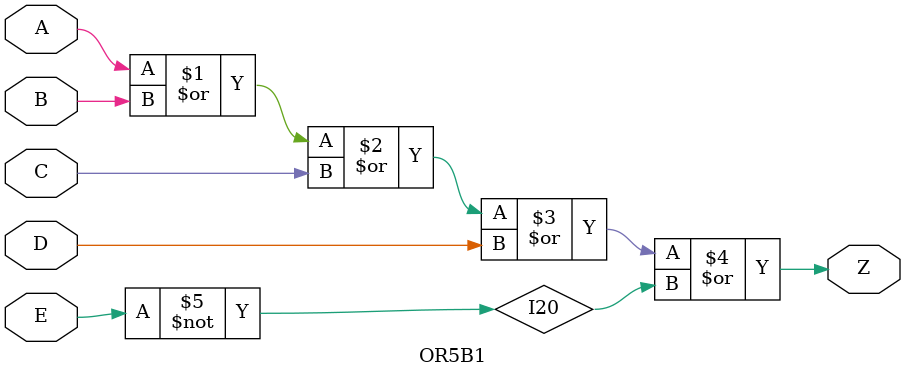
<source format=v>
`resetall
`timescale 1 ns / 100 ps

/* Created by DB2VERILOG Version 1.0.1.1 on Mon May 16 15:54:33 1994 */
/* module compiled from "lsl2db 3.6.4" run */


`celldefine
module OR5B1 (A, B, C, D, E, Z);
input  A, B, C, D, E;
output Z;
or INST2 (Z, A, B, C, D, I20);
not INST21 (I20, E);

endmodule 
`endcelldefine

</source>
